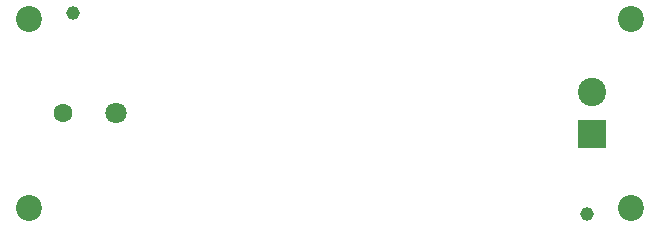
<source format=gbs>
G04 #@! TF.GenerationSoftware,KiCad,Pcbnew,5.99.0-unknown-395602b12a~131~ubuntu20.04.1*
G04 #@! TF.CreationDate,2021-07-17T22:50:30+02:00*
G04 #@! TF.ProjectId,TPS5430,54505335-3433-4302-9e6b-696361645f70,1.0.0*
G04 #@! TF.SameCoordinates,Original*
G04 #@! TF.FileFunction,Soldermask,Bot*
G04 #@! TF.FilePolarity,Negative*
%FSLAX46Y46*%
G04 Gerber Fmt 4.6, Leading zero omitted, Abs format (unit mm)*
G04 Created by KiCad (PCBNEW 5.99.0-unknown-395602b12a~131~ubuntu20.04.1) date 2021-07-17 22:50:30*
%MOMM*%
%LPD*%
G01*
G04 APERTURE LIST*
%ADD10C,2.200000*%
%ADD11C,1.152000*%
%ADD12R,2.400000X2.400000*%
%ADD13C,2.400000*%
%ADD14C,1.600000*%
%ADD15C,1.800000*%
G04 APERTURE END LIST*
D10*
X200000000Y-94000000D03*
X149000000Y-78000000D03*
D11*
X152750000Y-77500000D03*
D10*
X200000000Y-78000000D03*
D11*
X196250000Y-94500000D03*
D12*
X196700000Y-87750000D03*
D13*
X196700000Y-84250000D03*
D10*
X149000000Y-94000000D03*
D14*
X151900000Y-86000000D03*
D15*
X156400000Y-86000000D03*
M02*

</source>
